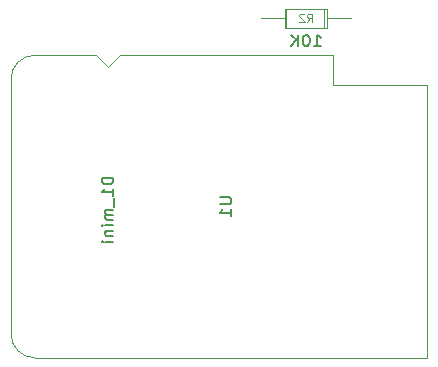
<source format=gbr>
G04 #@! TF.GenerationSoftware,KiCad,Pcbnew,9.0.6*
G04 #@! TF.CreationDate,2025-11-17T18:11:25+05:30*
G04 #@! TF.ProjectId,BloodHound_VENOM,426c6f6f-6448-46f7-956e-645f56454e4f,1*
G04 #@! TF.SameCoordinates,Original*
G04 #@! TF.FileFunction,AssemblyDrawing,Bot*
%FSLAX46Y46*%
G04 Gerber Fmt 4.6, Leading zero omitted, Abs format (unit mm)*
G04 Created by KiCad (PCBNEW 9.0.6) date 2025-11-17 18:11:25*
%MOMM*%
%LPD*%
G01*
G04 APERTURE LIST*
%ADD10C,0.150000*%
%ADD11C,0.108000*%
%ADD12C,0.100000*%
G04 APERTURE END LIST*
D10*
X147694819Y-82685715D02*
X146694819Y-82685715D01*
X146694819Y-82685715D02*
X146694819Y-82923810D01*
X146694819Y-82923810D02*
X146742438Y-83066667D01*
X146742438Y-83066667D02*
X146837676Y-83161905D01*
X146837676Y-83161905D02*
X146932914Y-83209524D01*
X146932914Y-83209524D02*
X147123390Y-83257143D01*
X147123390Y-83257143D02*
X147266247Y-83257143D01*
X147266247Y-83257143D02*
X147456723Y-83209524D01*
X147456723Y-83209524D02*
X147551961Y-83161905D01*
X147551961Y-83161905D02*
X147647200Y-83066667D01*
X147647200Y-83066667D02*
X147694819Y-82923810D01*
X147694819Y-82923810D02*
X147694819Y-82685715D01*
X147694819Y-84209524D02*
X147694819Y-83638096D01*
X147694819Y-83923810D02*
X146694819Y-83923810D01*
X146694819Y-83923810D02*
X146837676Y-83828572D01*
X146837676Y-83828572D02*
X146932914Y-83733334D01*
X146932914Y-83733334D02*
X146980533Y-83638096D01*
X147790057Y-84400001D02*
X147790057Y-85161905D01*
X147694819Y-85400001D02*
X147028152Y-85400001D01*
X147123390Y-85400001D02*
X147075771Y-85447620D01*
X147075771Y-85447620D02*
X147028152Y-85542858D01*
X147028152Y-85542858D02*
X147028152Y-85685715D01*
X147028152Y-85685715D02*
X147075771Y-85780953D01*
X147075771Y-85780953D02*
X147171009Y-85828572D01*
X147171009Y-85828572D02*
X147694819Y-85828572D01*
X147171009Y-85828572D02*
X147075771Y-85876191D01*
X147075771Y-85876191D02*
X147028152Y-85971429D01*
X147028152Y-85971429D02*
X147028152Y-86114286D01*
X147028152Y-86114286D02*
X147075771Y-86209525D01*
X147075771Y-86209525D02*
X147171009Y-86257144D01*
X147171009Y-86257144D02*
X147694819Y-86257144D01*
X147694819Y-86733334D02*
X147028152Y-86733334D01*
X146694819Y-86733334D02*
X146742438Y-86685715D01*
X146742438Y-86685715D02*
X146790057Y-86733334D01*
X146790057Y-86733334D02*
X146742438Y-86780953D01*
X146742438Y-86780953D02*
X146694819Y-86733334D01*
X146694819Y-86733334D02*
X146790057Y-86733334D01*
X147028152Y-87209524D02*
X147694819Y-87209524D01*
X147123390Y-87209524D02*
X147075771Y-87257143D01*
X147075771Y-87257143D02*
X147028152Y-87352381D01*
X147028152Y-87352381D02*
X147028152Y-87495238D01*
X147028152Y-87495238D02*
X147075771Y-87590476D01*
X147075771Y-87590476D02*
X147171009Y-87638095D01*
X147171009Y-87638095D02*
X147694819Y-87638095D01*
X147694819Y-88114286D02*
X147028152Y-88114286D01*
X146694819Y-88114286D02*
X146742438Y-88066667D01*
X146742438Y-88066667D02*
X146790057Y-88114286D01*
X146790057Y-88114286D02*
X146742438Y-88161905D01*
X146742438Y-88161905D02*
X146694819Y-88114286D01*
X146694819Y-88114286D02*
X146790057Y-88114286D01*
X156694819Y-84368095D02*
X157504342Y-84368095D01*
X157504342Y-84368095D02*
X157599580Y-84415714D01*
X157599580Y-84415714D02*
X157647200Y-84463333D01*
X157647200Y-84463333D02*
X157694819Y-84558571D01*
X157694819Y-84558571D02*
X157694819Y-84749047D01*
X157694819Y-84749047D02*
X157647200Y-84844285D01*
X157647200Y-84844285D02*
X157599580Y-84891904D01*
X157599580Y-84891904D02*
X157504342Y-84939523D01*
X157504342Y-84939523D02*
X156694819Y-84939523D01*
X157694819Y-85939523D02*
X157694819Y-85368095D01*
X157694819Y-85653809D02*
X156694819Y-85653809D01*
X156694819Y-85653809D02*
X156837676Y-85558571D01*
X156837676Y-85558571D02*
X156932914Y-85463333D01*
X156932914Y-85463333D02*
X156980533Y-85368095D01*
X164690476Y-71574819D02*
X165261904Y-71574819D01*
X164976190Y-71574819D02*
X164976190Y-70574819D01*
X164976190Y-70574819D02*
X165071428Y-70717676D01*
X165071428Y-70717676D02*
X165166666Y-70812914D01*
X165166666Y-70812914D02*
X165261904Y-70860533D01*
X164071428Y-70574819D02*
X163976190Y-70574819D01*
X163976190Y-70574819D02*
X163880952Y-70622438D01*
X163880952Y-70622438D02*
X163833333Y-70670057D01*
X163833333Y-70670057D02*
X163785714Y-70765295D01*
X163785714Y-70765295D02*
X163738095Y-70955771D01*
X163738095Y-70955771D02*
X163738095Y-71193866D01*
X163738095Y-71193866D02*
X163785714Y-71384342D01*
X163785714Y-71384342D02*
X163833333Y-71479580D01*
X163833333Y-71479580D02*
X163880952Y-71527200D01*
X163880952Y-71527200D02*
X163976190Y-71574819D01*
X163976190Y-71574819D02*
X164071428Y-71574819D01*
X164071428Y-71574819D02*
X164166666Y-71527200D01*
X164166666Y-71527200D02*
X164214285Y-71479580D01*
X164214285Y-71479580D02*
X164261904Y-71384342D01*
X164261904Y-71384342D02*
X164309523Y-71193866D01*
X164309523Y-71193866D02*
X164309523Y-70955771D01*
X164309523Y-70955771D02*
X164261904Y-70765295D01*
X164261904Y-70765295D02*
X164214285Y-70670057D01*
X164214285Y-70670057D02*
X164166666Y-70622438D01*
X164166666Y-70622438D02*
X164071428Y-70574819D01*
X163309523Y-71574819D02*
X163309523Y-70574819D01*
X162738095Y-71574819D02*
X163166666Y-71003390D01*
X162738095Y-70574819D02*
X163309523Y-71146247D01*
D11*
X164119999Y-69527469D02*
X164359999Y-69184612D01*
X164531428Y-69527469D02*
X164531428Y-68807469D01*
X164531428Y-68807469D02*
X164257142Y-68807469D01*
X164257142Y-68807469D02*
X164188571Y-68841755D01*
X164188571Y-68841755D02*
X164154285Y-68876041D01*
X164154285Y-68876041D02*
X164119999Y-68944612D01*
X164119999Y-68944612D02*
X164119999Y-69047469D01*
X164119999Y-69047469D02*
X164154285Y-69116041D01*
X164154285Y-69116041D02*
X164188571Y-69150326D01*
X164188571Y-69150326D02*
X164257142Y-69184612D01*
X164257142Y-69184612D02*
X164531428Y-69184612D01*
X163845714Y-68876041D02*
X163811428Y-68841755D01*
X163811428Y-68841755D02*
X163742857Y-68807469D01*
X163742857Y-68807469D02*
X163571428Y-68807469D01*
X163571428Y-68807469D02*
X163502857Y-68841755D01*
X163502857Y-68841755D02*
X163468571Y-68876041D01*
X163468571Y-68876041D02*
X163434285Y-68944612D01*
X163434285Y-68944612D02*
X163434285Y-69013184D01*
X163434285Y-69013184D02*
X163468571Y-69116041D01*
X163468571Y-69116041D02*
X163879999Y-69527469D01*
X163879999Y-69527469D02*
X163434285Y-69527469D01*
D12*
X139030000Y-95930000D02*
X139030000Y-74330000D01*
X141030000Y-72330000D02*
X146240000Y-72330000D01*
X147240000Y-73330000D02*
X146240000Y-72330000D01*
X148240000Y-72330000D02*
X147240000Y-73330000D01*
X148240000Y-72330000D02*
X166330000Y-72330000D01*
X166330000Y-72330000D02*
X166330000Y-74870000D01*
X166330000Y-74870000D02*
X174240000Y-74870000D01*
X174240000Y-74870000D02*
X174240000Y-97930000D01*
X174240000Y-97930000D02*
X141030000Y-97930000D01*
X139030000Y-74330000D02*
G75*
G02*
X141030000Y-72330000I1999999J1D01*
G01*
X141050000Y-97930000D02*
G75*
G02*
X139030000Y-95950000I-20000J2000000D01*
G01*
X160190000Y-69200000D02*
X162200000Y-69200000D01*
X162200000Y-68400000D02*
X165800000Y-68400000D01*
X162200000Y-70000000D02*
X162200000Y-68400000D01*
X165800000Y-68400000D02*
X165800000Y-70000000D01*
X165800000Y-70000000D02*
X162200000Y-70000000D01*
X167810000Y-69200000D02*
X165800000Y-69200000D01*
X162350000Y-68400000D02*
X162350000Y-70000000D01*
X162350000Y-70000000D02*
X165550000Y-70000000D01*
X165550000Y-68400000D02*
X162350000Y-68400000D01*
X165550000Y-70000000D02*
X165550000Y-68400000D01*
M02*

</source>
